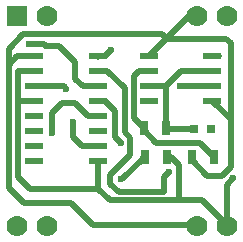
<source format=gbr>
G04 #@! TF.FileFunction,Copper,L2,Bot,Signal*
%FSLAX46Y46*%
G04 Gerber Fmt 4.6, Leading zero omitted, Abs format (unit mm)*
G04 Created by KiCad (PCBNEW 4.0.7-e2-6376~61~ubuntu18.04.1) date Fri Aug 17 14:13:56 2018*
%MOMM*%
%LPD*%
G01*
G04 APERTURE LIST*
%ADD10C,0.100000*%
%ADD11R,1.778000X1.778000*%
%ADD12C,1.778000*%
%ADD13R,0.700000X1.300000*%
%ADD14R,0.800000X0.750000*%
%ADD15R,1.500000X0.600000*%
%ADD16R,1.550000X0.600000*%
%ADD17C,0.600000*%
%ADD18C,0.500000*%
G04 APERTURE END LIST*
D10*
D11*
X149810000Y-86010000D03*
D12*
X152350000Y-86010000D03*
X165050000Y-86010000D03*
X167590000Y-86010000D03*
X149810000Y-103790000D03*
X152350000Y-103790000D03*
X165050000Y-103790000D03*
X167590000Y-103790000D03*
D13*
X164575000Y-97975000D03*
X166475000Y-97975000D03*
X160525000Y-95525000D03*
X162425000Y-95525000D03*
X160600000Y-97975000D03*
X162500000Y-97975000D03*
D14*
X166250000Y-95600000D03*
X164750000Y-95600000D03*
D15*
X156675000Y-89430000D03*
X156675000Y-90700000D03*
X156675000Y-91970000D03*
X156675000Y-93240000D03*
X156675000Y-94510000D03*
X156675000Y-95780000D03*
X156675000Y-97050000D03*
X156675000Y-98320000D03*
X151275000Y-98320000D03*
X151275000Y-97050000D03*
X151275000Y-95780000D03*
X151275000Y-94510000D03*
X151275000Y-93240000D03*
X151275000Y-91970000D03*
X151275000Y-90700000D03*
X151275000Y-89430000D03*
D16*
X166350000Y-89420000D03*
X166350000Y-90690000D03*
X166350000Y-91960000D03*
X166350000Y-93230000D03*
X160950000Y-93230000D03*
X160950000Y-91960000D03*
X160950000Y-90690000D03*
X160950000Y-89420000D03*
D17*
X158600000Y-99850000D03*
X150850000Y-88425000D03*
X168075000Y-99775000D03*
X166250000Y-95600000D03*
X166325000Y-89425000D03*
X153975000Y-92200000D03*
X163600000Y-91975000D03*
X162650000Y-99250000D03*
X158600000Y-96750000D03*
X154525000Y-95000000D03*
X151325000Y-97050000D03*
X157775000Y-88875000D03*
X152800000Y-95975000D03*
D18*
X158725000Y-99850000D02*
X160600000Y-97975000D01*
X160475000Y-97975000D02*
X160600000Y-97975000D01*
X158600000Y-99850000D02*
X158725000Y-99850000D01*
X152100000Y-88425000D02*
X152225000Y-88550000D01*
X150850000Y-88425000D02*
X152100000Y-88425000D01*
X154750000Y-91375000D02*
X154750000Y-89950000D01*
X155345000Y-91970000D02*
X154750000Y-91375000D01*
X154750000Y-89950000D02*
X153350000Y-88550000D01*
X153350000Y-88550000D02*
X152225000Y-88550000D01*
X156675000Y-91970000D02*
X155745000Y-91970000D01*
X155745000Y-91970000D02*
X155345000Y-91970000D01*
X152225000Y-88550000D02*
X152150000Y-88550000D01*
X168075000Y-99775000D02*
X167540000Y-100310000D01*
X167540000Y-103740000D02*
X167540000Y-100310000D01*
X166325000Y-89425000D02*
X166345000Y-89425000D01*
X166345000Y-89425000D02*
X166350000Y-89420000D01*
X162500000Y-97975000D02*
X162825000Y-97975000D01*
X162825000Y-97975000D02*
X163525000Y-98675000D01*
X163525000Y-98675000D02*
X163525000Y-101650000D01*
X149850000Y-93000000D02*
X149850000Y-99650000D01*
X150875000Y-100675000D02*
X156675000Y-100675000D01*
X149850000Y-99650000D02*
X150875000Y-100675000D01*
X156675000Y-98320000D02*
X156675000Y-100675000D01*
X157650000Y-101650000D02*
X163525000Y-101650000D01*
X163525000Y-101650000D02*
X165450000Y-101650000D01*
X156675000Y-100675000D02*
X157650000Y-101650000D01*
X166880000Y-89420000D02*
X166350000Y-89420000D01*
X151275000Y-93240000D02*
X150090000Y-93240000D01*
X149850000Y-93000000D02*
X149850000Y-90700000D01*
X150090000Y-93240000D02*
X149850000Y-93000000D01*
X149850000Y-90700000D02*
X151275000Y-90700000D01*
X149875000Y-90725000D02*
X149850000Y-90700000D01*
X167540000Y-103740000D02*
X165450000Y-101650000D01*
X149100000Y-90150000D02*
X149100000Y-88800000D01*
X162075000Y-87575000D02*
X162460000Y-87960000D01*
X150325000Y-87575000D02*
X162075000Y-87575000D01*
X149100000Y-88800000D02*
X150325000Y-87575000D01*
X151275000Y-89430000D02*
X149820000Y-89430000D01*
X156265000Y-103740000D02*
X165000000Y-103740000D01*
X154350000Y-101825000D02*
X156265000Y-103740000D01*
X150350000Y-101825000D02*
X154350000Y-101825000D01*
X149100000Y-100575000D02*
X150350000Y-101825000D01*
X149100000Y-90150000D02*
X149100000Y-100575000D01*
X149820000Y-89430000D02*
X149100000Y-90150000D01*
X162410000Y-87960000D02*
X162460000Y-87960000D01*
X162460000Y-87960000D02*
X167535000Y-87960000D01*
X167535000Y-87960000D02*
X167875000Y-88300000D01*
X167875000Y-88300000D02*
X167875000Y-94755000D01*
X164575000Y-97975000D02*
X164575000Y-98200000D01*
X164575000Y-98200000D02*
X165925000Y-99550000D01*
X167875000Y-98850000D02*
X167875000Y-94755000D01*
X167175000Y-99550000D02*
X167875000Y-98850000D01*
X165925000Y-99550000D02*
X167175000Y-99550000D01*
X167875000Y-94755000D02*
X166350000Y-93230000D01*
X165000000Y-85960000D02*
X164410000Y-85960000D01*
X164410000Y-85960000D02*
X162410000Y-87960000D01*
X162410000Y-87960000D02*
X160950000Y-89420000D01*
X166350000Y-91960000D02*
X163615000Y-91960000D01*
X153745000Y-91970000D02*
X151275000Y-91970000D01*
X153975000Y-92200000D02*
X153745000Y-91970000D01*
X163615000Y-91960000D02*
X163600000Y-91975000D01*
X166290000Y-91960000D02*
X166250000Y-92000000D01*
X166290000Y-91960000D02*
X166350000Y-91960000D01*
X164750000Y-95600000D02*
X162500000Y-95600000D01*
X162500000Y-95600000D02*
X162425000Y-95525000D01*
X162425000Y-95525000D02*
X162425000Y-91970000D01*
X162425000Y-91970000D02*
X162415000Y-91960000D01*
X160950000Y-91960000D02*
X162415000Y-91960000D01*
X163685000Y-90690000D02*
X166350000Y-90690000D01*
X162415000Y-91960000D02*
X163685000Y-90690000D01*
X160525000Y-95525000D02*
X160525000Y-95675000D01*
X160525000Y-95675000D02*
X161600000Y-96750000D01*
X165250000Y-96750000D02*
X166475000Y-97975000D01*
X161600000Y-96750000D02*
X165250000Y-96750000D01*
X160950000Y-90690000D02*
X160085000Y-90690000D01*
X159675000Y-94675000D02*
X160525000Y-95525000D01*
X159675000Y-91100000D02*
X159675000Y-94675000D01*
X160085000Y-90690000D02*
X159675000Y-91100000D01*
X160200000Y-100925000D02*
X158400000Y-100925000D01*
X162250000Y-99650000D02*
X162650000Y-99250000D01*
X160200000Y-100925000D02*
X162250000Y-100925000D01*
X162250000Y-100925000D02*
X162250000Y-99650000D01*
X157450000Y-90700000D02*
X156675000Y-90700000D01*
X158900000Y-95825000D02*
X159400000Y-96325000D01*
X158900000Y-92150000D02*
X158900000Y-95825000D01*
X157450000Y-90700000D02*
X158900000Y-92150000D01*
X159400000Y-97825000D02*
X159400000Y-96325000D01*
X157700000Y-99525000D02*
X159400000Y-97825000D01*
X157700000Y-100225000D02*
X157700000Y-99525000D01*
X158400000Y-100925000D02*
X157700000Y-100225000D01*
X158100000Y-96250000D02*
X158600000Y-96750000D01*
X158100000Y-96250000D02*
X158100000Y-94050000D01*
X157290000Y-93240000D02*
X158100000Y-94050000D01*
X157290000Y-93240000D02*
X156675000Y-93240000D01*
X154525000Y-96300000D02*
X154525000Y-95000000D01*
X155275000Y-97050000D02*
X154525000Y-96300000D01*
X156675000Y-97050000D02*
X155275000Y-97050000D01*
X151275000Y-97050000D02*
X151325000Y-97050000D01*
X157775000Y-88875000D02*
X157220000Y-89430000D01*
X157220000Y-89430000D02*
X156675000Y-89430000D01*
X156675000Y-89430000D02*
X156770000Y-89430000D01*
X156625000Y-89475000D02*
X156670000Y-89430000D01*
X156670000Y-89430000D02*
X156675000Y-89430000D01*
X152800000Y-94225000D02*
X153600000Y-93425000D01*
X152800000Y-95975000D02*
X152800000Y-94225000D01*
X153600000Y-93425000D02*
X154750000Y-93425000D01*
X154750000Y-93425000D02*
X155835000Y-94510000D01*
X155835000Y-94510000D02*
X156675000Y-94510000D01*
X156185000Y-94510000D02*
X156675000Y-94510000D01*
M02*

</source>
